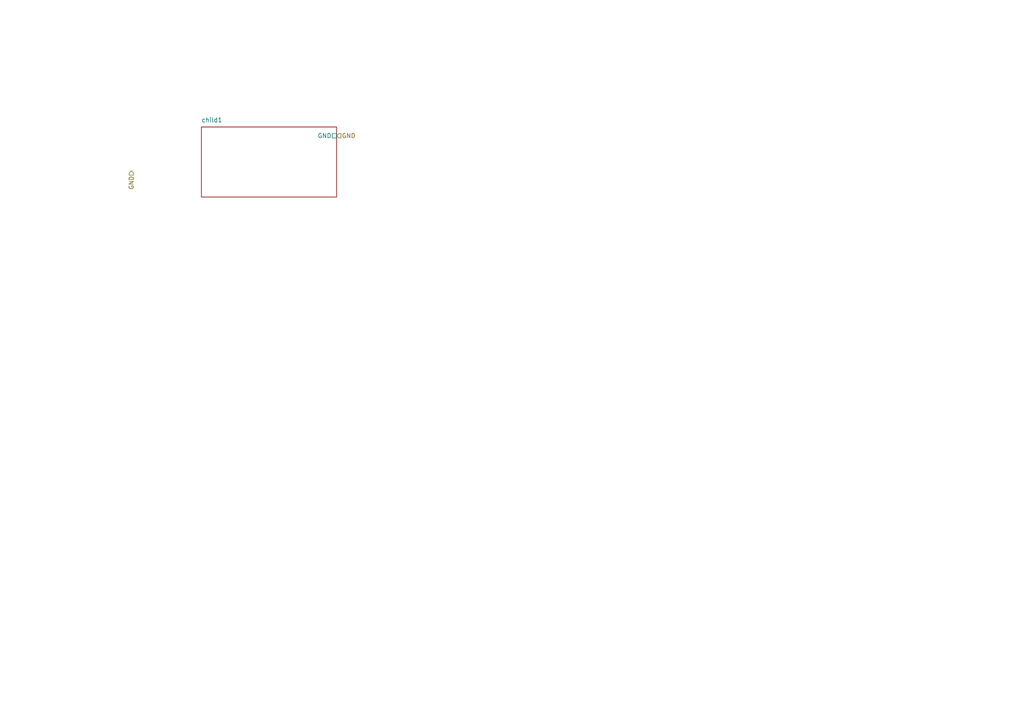
<source format=kicad_sch>
(kicad_sch
	(version 20250114)
	(generator "circuit_synth")
	(symbol
		(lib_id "Device:R")
		(at 38.1 45.72 0.0)
		(unit 1)
		(exclude_from_sim no)
		(in_bom yes)
		(on_board yes)
		(dnp no)
		(fields_autoplaced yes)
		(uuid f12b40ef-6025-4a0b-93f4-7dbac0924d62)
		(property
			"Reference"
			"R1"
			(at 38.1 40.72 0)
			(effects
				(font
					(size 1.27 1.27)
				)
				(justify left)
			)
		)
		(property
			"Value"
			"R"
			(at 38.1 50.72 0)
			(effects
				(font
					(size 1.27 1.27)
				)
				(justify left)
			)
		)
		(instances
			(project
				""
				(path
					"/869dcdc6-17e8-41ca-b3e4-ee04c9a45bd4"
					(reference "R1")
					(unit 1)
				)
			)
		)
	)
	(hierarchical_label
		"GND"
		(shape
			input
		)
		(at 38.1 49.53 270)
		(effects
			(font
				(size 1.27 1.27)
			)
			(justify right)
		)
		(uuid dec17f67-bae3-4b2d-9eb5-c5607ae7e4f2)
	)
	(hierarchical_label
		"GND"
		(shape
			input
		)
		(at 97.63 39.37 0)
		(effects
			(font
				(size 1.27 1.27)
			)
			(justify left)
		)
		(uuid 7532b641-c2ce-46ec-8349-868a7476d58f)
	)
	(sheet
		(at 58.42 36.83)
		(size 39.21 20.32)
		(stroke
			(width 0.12)
			(type solid)
		)
		(fill
			(color 0 0 0 0.0)
		)
		(uuid e91dc0bf-14e5-43fa-83cc-411e64676bce)
		(property
			"Sheetname"
			"child1"
			(at 58.42 35.559999999999995 0)
			(effects
				(font
					(size 1.27 1.27)
				)
				(justify left bottom)
			)
		)
		(property
			"Sheetfile"
			"child1.kicad_sch"
			(at 58.42 58.42 0)
			(effects
				(font
					(size 1.27 1.27)
				)
				(justify left top)
				(hide yes)
			)
		)
		(pin
			GND
			passive
			(at 96.36 39.37 0)
			(effects
				(font
					(size 1.27 1.27)
				)
				(justify right)
			)
			(uuid c4686784-8cc6-4a91-9343-d63af191b45e)
		)
		(instances
			(project
				"reference_generated"
				(path
					"/"
					(page "1")
				)
			)
		)
	)
)
</source>
